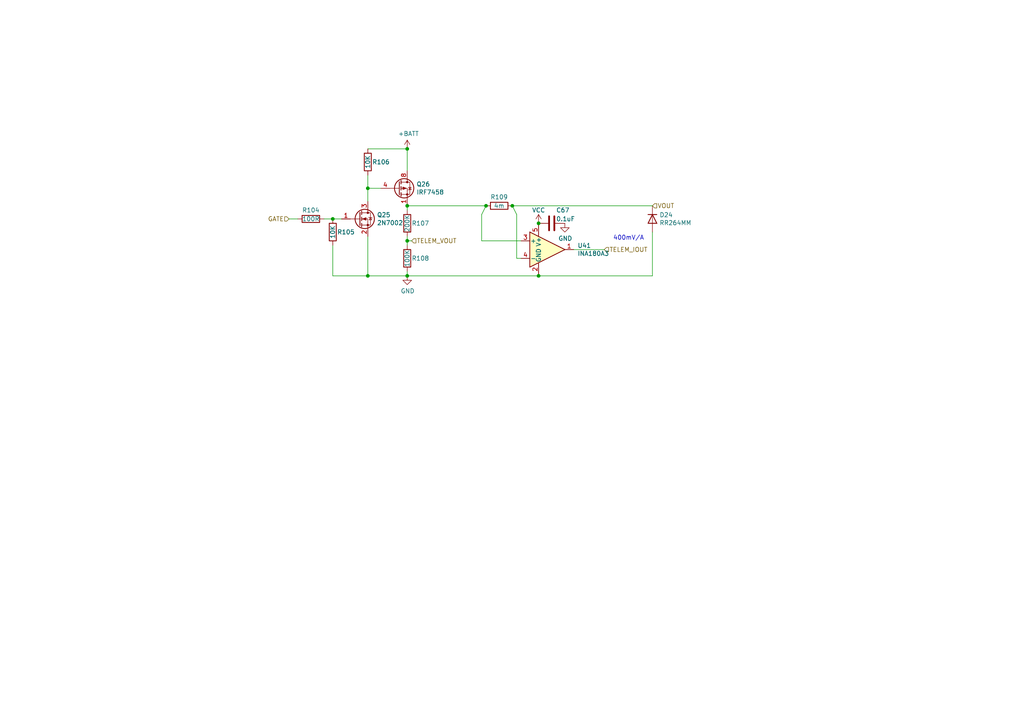
<source format=kicad_sch>
(kicad_sch (version 20211123) (generator eeschema)
  (paper "A4")
  (title_block (title "TJ Custom EPS") (rev "0.1") (company "TJHSST Nanosatellite Club") (comment 1 "BATV PDM") (comment 2 "Provides Current and Voltage telemetry, and high side switch") (comment 4 "Engineer: Alan Hsu"))
  (lib_symbols
    (symbol "Amplifier_Current:INA138" (pin_names (offset 0.127))
      (property "Reference" "U" (at 3.81 5.08 0))
      (property "Value" "INA138" (at 3.81 2.54 0))
      (symbol "INA138_0_1"
        (polyline (pts (xy -5.08 5.08) (xy 5.08 0) (xy -5.08 -5.08) (xy -5.08 5.08)) (stroke (width 0.254)) (fill (type background)))
      )
      (symbol "INA138_1_1"
        (pin output line (at 7.62 0 180) (length 2.54) (name "~") (number "1"))
        (pin power_in line (at -2.54 -7.62 90) (length 3.81) (name "GND") (number "2"))
        (pin input line (at -7.62 2.54 0) (length 2.54) (name "+") (number "3"))
        (pin input line (at -7.62 -2.54 0) (length 2.54) (name "-") (number "4"))
        (pin power_in line (at -2.54 7.62 270) (length 3.81) (name "V+") (number "5"))
      )
    )
    (symbol "Device:C" (pin_numbers hide) (pin_names (offset 0.254))
      (property "Reference" "C" (at 0.635 2.54 0))
      (property "Value" "C" (at 0.635 -2.54 0))
      (symbol "C_0_1"
        (polyline (pts (xy -2.032 -0.762) (xy 2.032 -0.762)) (stroke (width 0.508)))
        (polyline (pts (xy -2.032 0.762) (xy 2.032 0.762)) (stroke (width 0.508)))
      )
      (symbol "C_1_1"
        (pin passive line (at 0 3.81 270) (length 2.794) (name "~") (number "1"))
        (pin passive line (at 0 -3.81 90) (length 2.794) (name "~") (number "2"))
      )
    )
    (symbol "Device:D" (pin_numbers hide) (pin_names (offset 1.016) hide)
      (property "Reference" "D" (at 0 2.54 0))
      (property "Value" "D" (at 0 -2.54 0))
      (symbol "D_0_1"
        (polyline (pts (xy -1.27 1.27) (xy -1.27 -1.27)) (stroke (width 0.254)))
        (polyline (pts (xy 1.27 0) (xy -1.27 0)))
        (polyline (pts (xy 1.27 1.27) (xy 1.27 -1.27) (xy -1.27 0) (xy 1.27 1.27)) (stroke (width 0.254)))
      )
      (symbol "D_1_1"
        (pin passive line (at -3.81 0 0) (length 2.54) (name "K") (number "1"))
        (pin passive line (at 3.81 0 180) (length 2.54) (name "A") (number "2"))
      )
    )
    (symbol "Device:R" (pin_numbers hide) (pin_names (offset 0))
      (property "Reference" "R" (at 2.032 0 90))
      (property "Value" "R" (at 0 0 90))
      (symbol "R_0_1"
        (rectangle (start -1.016 -2.54) (end 1.016 2.54) (stroke (width 0.254)))
      )
      (symbol "R_1_1"
        (pin passive line (at 0 3.81 270) (length 1.27) (name "~") (number "1"))
        (pin passive line (at 0 -3.81 90) (length 1.27) (name "~") (number "2"))
      )
    )
    (symbol "Transistor_FET:2N7002" (pin_names hide)
      (property "Reference" "Q" (at 5.08 1.905 0))
      (property "Value" "2N7002" (at 5.08 0 0))
      (symbol "2N7002_0_1"
        (polyline (pts (xy 0.254 0) (xy -2.54 0)))
        (polyline (pts (xy 0.254 1.905) (xy 0.254 -1.905)) (stroke (width 0.254)))
        (polyline (pts (xy 0.762 -1.27) (xy 0.762 -2.286)) (stroke (width 0.254)))
        (polyline (pts (xy 0.762 0.508) (xy 0.762 -0.508)) (stroke (width 0.254)))
        (polyline (pts (xy 0.762 2.286) (xy 0.762 1.27)) (stroke (width 0.254)))
        (polyline (pts (xy 2.54 2.54) (xy 2.54 1.778)))
        (polyline (pts (xy 2.54 -2.54) (xy 2.54 0) (xy 0.762 0)))
        (polyline (pts (xy 0.762 -1.778) (xy 3.302 -1.778) (xy 3.302 1.778) (xy 0.762 1.778)))
        (polyline (pts (xy 1.016 0) (xy 2.032 0.381) (xy 2.032 -0.381) (xy 1.016 0)) (fill (type outline)))
        (polyline (pts (xy 2.794 0.508) (xy 2.921 0.381) (xy 3.683 0.381) (xy 3.81 0.254)))
        (polyline (pts (xy 3.302 0.381) (xy 2.921 -0.254) (xy 3.683 -0.254) (xy 3.302 0.381)))
        (circle (center 1.651 0) (radius 2.794) (stroke (width 0.254)))
        (circle (center 2.54 -1.778) (radius 0.254) (fill (type outline)))
        (circle (center 2.54 1.778) (radius 0.254) (fill (type outline)))
      )
      (symbol "2N7002_1_1"
        (pin input line (at -5.08 0 0) (length 2.54) (name "G") (number "1"))
        (pin passive line (at 2.54 -5.08 90) (length 2.54) (name "S") (number "2"))
        (pin passive line (at 2.54 5.08 270) (length 2.54) (name "D") (number "3"))
      )
    )
    (symbol "Transistor_FET:IRF7404" (pin_names hide)
      (property "Reference" "Q" (at 5.08 1.905 0))
      (property "Value" "IRF7404" (at 5.08 0 0))
      (symbol "IRF7404_0_1"
        (polyline (pts (xy 0.254 0) (xy -2.54 0)))
        (polyline (pts (xy 0.254 1.905) (xy 0.254 -1.905)) (stroke (width 0.254)))
        (polyline (pts (xy 0.762 -1.27) (xy 0.762 -2.286)) (stroke (width 0.254)))
        (polyline (pts (xy 0.762 0.508) (xy 0.762 -0.508)) (stroke (width 0.254)))
        (polyline (pts (xy 0.762 2.286) (xy 0.762 1.27)) (stroke (width 0.254)))
        (polyline (pts (xy 2.54 2.54) (xy 2.54 1.778)))
        (polyline (pts (xy 2.54 -2.54) (xy 2.54 0) (xy 0.762 0)))
        (polyline (pts (xy 0.762 1.778) (xy 3.302 1.778) (xy 3.302 -1.778) (xy 0.762 -1.778)))
        (polyline (pts (xy 2.286 0) (xy 1.27 0.381) (xy 1.27 -0.381) (xy 2.286 0)) (fill (type outline)))
        (polyline (pts (xy 2.794 -0.508) (xy 2.921 -0.381) (xy 3.683 -0.381) (xy 3.81 -0.254)))
        (polyline (pts (xy 3.302 -0.381) (xy 2.921 0.254) (xy 3.683 0.254) (xy 3.302 -0.381)))
        (circle (center 1.651 0) (radius 2.794) (stroke (width 0.254)))
        (circle (center 2.54 -1.778) (radius 0.254) (fill (type outline)))
        (circle (center 2.54 1.778) (radius 0.254) (fill (type outline)))
      )
      (symbol "IRF7404_1_1"
        (pin passive line (at 2.54 -5.08 90) (length 2.54) (name "S") (number "1"))
        (pin passive line (at 2.54 -5.08 90) (length 2.54) hide (name "S") (number "2"))
        (pin passive line (at 2.54 -5.08 90) (length 2.54) hide (name "S") (number "3"))
        (pin passive line (at -5.08 0 0) (length 2.54) (name "G") (number "4"))
        (pin passive line (at 2.54 5.08 270) (length 2.54) hide (name "D") (number "5"))
        (pin passive line (at 2.54 5.08 270) (length 2.54) hide (name "D") (number "6"))
        (pin passive line (at 2.54 5.08 270) (length 2.54) hide (name "D") (number "7"))
        (pin passive line (at 2.54 5.08 270) (length 2.54) (name "D") (number "8"))
      )
    )
    (symbol "power:+BATT" (power) (pin_names (offset 0))
      (property "Value" "+BATT" (at 0 3.556 0))
      (symbol "+BATT_0_1"
        (polyline (pts (xy -0.762 1.27) (xy 0 2.54)))
        (polyline (pts (xy 0 0) (xy 0 2.54)))
        (polyline (pts (xy 0 2.54) (xy 0.762 1.27)))
      )
      (symbol "+BATT_1_1"
        (pin power_in line (at 0 0 90) (length 0) hide (name "+BATT") (number "1"))
      )
    )
    (symbol "power:GND" (power) (pin_names (offset 0))
      (property "Value" "GND" (at 0 -3.81 0))
      (symbol "GND_0_1"
        (polyline (pts (xy 0 0) (xy 0 -1.27) (xy 1.27 -1.27) (xy 0 -2.54) (xy -1.27 -1.27) (xy 0 -1.27)))
      )
      (symbol "GND_1_1"
        (pin power_in line (at 0 0 270) (length 0) hide (name "GND") (number "1"))
      )
    )
    (symbol "power:VCC" (power) (pin_names (offset 0))
      (property "Value" "VCC" (at 0 3.81 0))
      (symbol "VCC_0_1"
        (polyline (pts (xy -0.762 1.27) (xy 0 2.54)))
        (polyline (pts (xy 0 0) (xy 0 2.54)))
        (polyline (pts (xy 0 2.54) (xy 0.762 1.27)))
      )
      (symbol "VCC_1_1"
        (pin power_in line (at 0 0 90) (length 0) hide (name "VCC") (number "1"))
      )
    )
  )
  (junction (at 156.21 64.77))
  (junction (at 106.68 54.61))
  (junction (at 118.11 80.01))
  (junction (at 118.11 69.85))
  (junction (at 148.59 59.69))
  (junction (at 96.52 63.5))
  (junction (at 156.21 80.01))
  (junction (at 106.68 80.01))
  (junction (at 118.11 59.69))
  (junction (at 140.97 59.69))
  (junction (at 118.11 43.18))
  (wire (pts (xy 148.59 59.69) (xy 189.23 59.69)))
  (wire (pts (xy 96.52 63.5) (xy 99.06 63.5)))
  (wire (pts (xy 118.11 60.96) (xy 118.11 59.69)))
  (wire (pts (xy 106.68 80.01) (xy 118.11 80.01)))
  (wire (pts (xy 118.11 80.01) (xy 156.21 80.01)))
  (wire (pts (xy 106.68 50.8) (xy 106.68 54.61)))
  (wire (pts (xy 189.23 67.31) (xy 189.23 80.01)))
  (wire (pts (xy 106.68 43.18) (xy 118.11 43.18)))
  (wire (pts (xy 106.68 54.61) (xy 106.68 58.42)))
  (wire (pts (xy 118.11 59.69) (xy 140.97 59.69)))
  (wire (pts (xy 149.86 62.23) (xy 148.59 59.69)))
  (wire (pts (xy 93.98 63.5) (xy 96.52 63.5)))
  (wire (pts (xy 96.52 80.01) (xy 106.68 80.01)))
  (wire (pts (xy 149.86 62.23) (xy 149.86 74.93)))
  (wire (pts (xy 156.21 80.01) (xy 189.23 80.01)))
  (wire (pts (xy 139.7 62.23) (xy 139.7 69.85)))
  (wire (pts (xy 96.52 71.12) (xy 96.52 80.01)))
  (wire (pts (xy 118.11 49.53) (xy 118.11 43.18)))
  (wire (pts (xy 118.11 68.58) (xy 118.11 69.85)))
  (wire (pts (xy 118.11 78.74) (xy 118.11 80.01)))
  (wire (pts (xy 118.11 69.85) (xy 119.38 69.85)))
  (wire (pts (xy 149.86 74.93) (xy 151.13 74.93)))
  (wire (pts (xy 83.82 63.5) (xy 86.36 63.5)))
  (wire (pts (xy 118.11 69.85) (xy 118.11 71.12)))
  (wire (pts (xy 166.37 72.39) (xy 175.26 72.39)))
  (wire (pts (xy 139.7 69.85) (xy 151.13 69.85)))
  (wire (pts (xy 140.97 59.69) (xy 139.7 62.23)))
  (wire (pts (xy 110.49 54.61) (xy 106.68 54.61)))
  (wire (pts (xy 106.68 68.58) (xy 106.68 80.01)))
  (text "400mV/A" (at 177.8 69.85 0) (effects (font (size 1.27 1.27)) (justify left bottom)))
  (hierarchical_label "VOUT" (shape input) (at 189.23 59.69 0))
  (hierarchical_label "GATE" (shape input) (at 83.82 63.5 180))
  (hierarchical_label "TELEM_IOUT" (shape input) (at 175.26 72.39 0))
  (hierarchical_label "TELEM_VOUT" (shape input) (at 119.38 69.85 0))
  (symbol (lib_id "Device:D") (at 189.23 63.5 270) (unit 1)
    (property "Reference" "D24" (at 191.262 62.3316 90) (effects (justify left)))
    (property "Value" "RR264MM" (at 191.262 64.643 90) (effects (justify left)))
    (property "Footprint" "Diode_SMD:D_SOD-123F" (effects hide))
  )
  (symbol (lib_id "Device:R") (at 118.11 64.77 0) (unit 1)
    (property "Reference" "R107" (at 119.38 64.77 0) (effects (justify left)))
    (property "Value" "200K" (at 118.11 64.77 90))
    (property "Footprint" "Resistor_SMD:R_0603_1608Metric" (effects hide))
  )
  (symbol (lib_id "power:+BATT") (at 118.11 43.18 0) (unit 1)
    (property "Reference" "#PWR0114" (effects hide))
    (property "Value" "+BATT" (at 118.491 38.7858 0))
  )
  (symbol (lib_id "Transistor_FET:IRF7404") (at 115.57 54.61 0) (unit 1)
    (property "Reference" "Q26" (at 120.777 53.4416 0) (effects (justify left)))
    (property "Value" "IRF7458" (at 120.777 55.753 0) (effects (justify left)))
    (property "Footprint" "Package_SO:SOIC-8_3.9x4.9mm_P1.27mm" (effects hide))
    (property "Datasheet" "http://www.infineon.com/dgdl/irf7404.pdf?fileId=5546d462533600a4015355fa2b5b1b9e" (effects hide))
  )
  (symbol (lib_id "Transistor_FET:2N7002") (at 104.14 63.5 0) (unit 1)
    (property "Reference" "Q25" (at 109.3216 62.3316 0) (effects (justify left)))
    (property "Value" "2N7002" (at 109.3216 64.643 0) (effects (justify left)))
    (property "Footprint" "Package_TO_SOT_SMD:SOT-23" (effects hide))
    (property "Datasheet" "https://www.onsemi.com/pub/Collateral/NDS7002A-D.PDF" (effects hide))
  )
  (symbol (lib_id "Device:R") (at 106.68 46.99 0) (unit 1)
    (property "Reference" "R106" (at 107.95 46.99 0) (effects (justify left)))
    (property "Value" "10K" (at 106.68 46.99 90))
    (property "Footprint" "Resistor_SMD:R_0603_1608Metric" (effects hide))
  )
  (symbol (lib_id "Device:R") (at 90.17 63.5 270) (unit 1)
    (property "Reference" "R104" (at 90.17 60.96 90))
    (property "Value" "100R" (at 90.17 63.5 90))
    (property "Footprint" "Resistor_SMD:R_0603_1608Metric" (effects hide))
  )
  (symbol (lib_id "Device:R") (at 96.52 67.31 0) (unit 1)
    (property "Reference" "R105" (at 97.79 67.31 0) (effects (justify left)))
    (property "Value" "10K" (at 96.52 67.31 90))
    (property "Footprint" "Resistor_SMD:R_0603_1608Metric" (effects hide))
  )
  (symbol (lib_id "power:GND") (at 118.11 80.01 0) (unit 1)
    (property "Reference" "#PWR0115" (effects hide))
    (property "Value" "GND" (at 118.237 84.4042 0))
  )
  (symbol (lib_id "Device:R") (at 144.78 59.69 270) (unit 1)
    (property "Reference" "R109" (at 144.78 57.15 90))
    (property "Value" "4m" (at 144.78 59.69 90))
    (property "Footprint" "Resistor_SMD:R_1206_3216Metric" (effects hide))
  )
  (symbol (lib_id "Device:R") (at 118.11 74.93 0) (unit 1)
    (property "Reference" "R108" (at 119.38 74.93 0) (effects (justify left)))
    (property "Value" "100K" (at 118.11 74.93 90))
    (property "Footprint" "Resistor_SMD:R_0603_1608Metric" (effects hide))
  )
  (symbol (lib_id "Amplifier_Current:INA138") (at 158.75 72.39 0) (unit 1)
    (property "Reference" "U41" (at 167.4876 71.2216 0) (effects (justify left)))
    (property "Value" "INA180A3" (at 167.4876 73.533 0) (effects (justify left)))
    (property "Footprint" "Package_TO_SOT_SMD:SOT-23-5" (effects hide))
    (property "Datasheet" "http://www.ti.com/lit/ds/symlink/ina138.pdf" (effects hide))
  )
  (symbol (lib_id "power:VCC") (at 156.21 64.77 0) (unit 1)
    (property "Reference" "#PWR0116" (effects hide))
    (property "Value" "VCC" (at 156.21 60.96 0))
  )
  (symbol (lib_id "Device:C") (at 160.02 64.77 90) (unit 1)
    (property "Reference" "C67" (at 161.29 60.96 90) (effects (justify right)))
    (property "Value" "0.1uF" (at 161.29 63.5 90) (effects (justify right)))
    (property "Footprint" "Capacitor_SMD:C_0603_1608Metric" (effects hide))
  )
  (symbol (lib_id "power:GND") (at 163.83 64.77 0) (unit 1)
    (property "Reference" "#PWR0117" (effects hide))
    (property "Value" "GND" (at 163.957 69.1642 0))
  )
)
</source>
